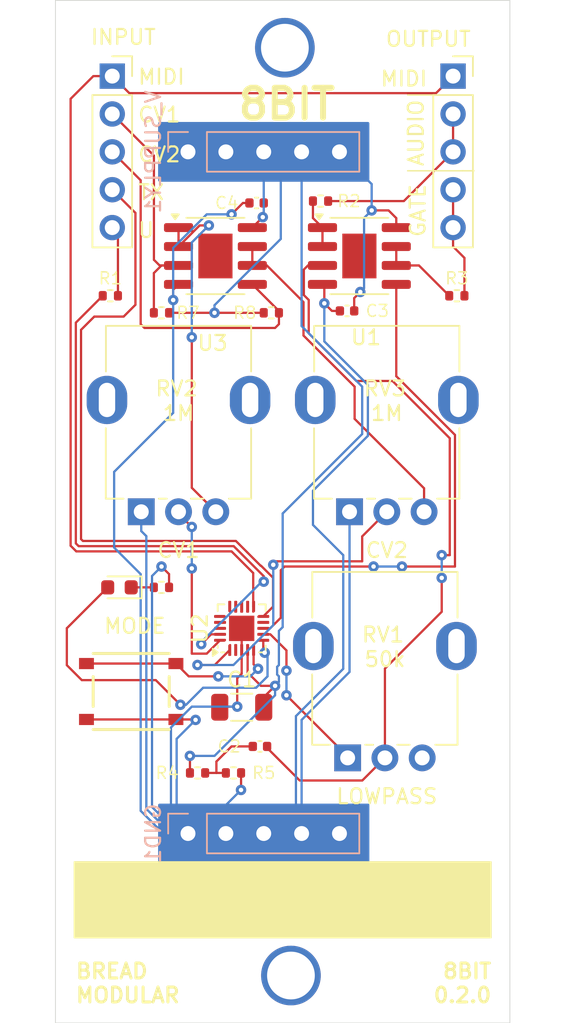
<source format=kicad_pcb>
(kicad_pcb (version 20240108) (generator "pcbnew") (generator_version "8.0")
  (layers (0 "F.Cu" signal) (31 "B.Cu" signal) (34 "B.Paste" user) (35 "F.Paste" user) (36 "B.SilkS" user "B.Silkscreen") (37 "F.SilkS" user "F.Silkscreen") (38 "B.Mask" user) (39 "F.Mask" user) (44 "Edge.Cuts" user))
  (net 0 "")
  (net 1 "GND")
  (net 2 "Net-(U1A-+)")
  (net 3 "V_MID")
  (net 4 "Net-(D1-K)")
  (net 5 "Net-(D1-A)")
  (net 6 "CV2")
  (net 7 "TX")
  (net 8 "MIDI")
  (net 9 "CV1")
  (net 10 "UDPI")
  (net 11 "GATE_OUT")
  (net 12 "V_SUPPLY")
  (net 13 "AUDIO_OUT")
  (net 14 "Net-(U2-~{RESET}{slash}PA0)")
  (net 15 "Net-(U1A--)")
  (net 16 "Net-(U1B--)")
  (net 18 "Net-(U2-PA6)")
  (net 19 "BUFF_CV1")
  (net 20 "Net-(U3A--)")
  (net 21 "Net-(U3B--)")
  (net 22 "BUFF_CV2")
  (net 23 "Net-(SW1-B)")
  (net 24 "Net-(U1B-+)")
  (footprint "Capacitor_SMD:C_1206_3216Metric" (layer "F.Cu") (at 59.485 88.05)
    (property "Reference" "C1" (at 0 -1.85 0) (layer "F.SilkS"))
    (property "Value" "100uf")
    (pad "1" smd roundrect (at -1.475 0) (size 1.15 1.8) (layers "F.Cu" "F.Paste" "F.Mask") (roundrect_rratio 0.217391) (net 1 "GND"))
    (pad "2" smd roundrect (at 1.475 0) (size 1.15 1.8) (layers "F.Cu" "F.Paste" "F.Mask") (roundrect_rratio 0.217391) (net 12 "V_SUPPLY"))
  )
  (footprint "BreadModular_Pots:Potentiometer_RV09" (layer "F.Cu") (at 69.342 67.948)
    (property "Reference" "RV3" (at -0.254 -1.27 180) (layer "F.SilkS"))
    (property "Value" "1M" (at -0.127 0.381 180) (layer "F.SilkS"))
    (pad "" thru_hole oval (at -4.927 -0.508 180) (size 2.72 3.24) (drill oval 1.1 2.3) (layers "*.Cu" "*.Mask"))
    (pad "" thru_hole oval (at 4.673 -0.508 180) (size 2.72 3.24) (drill oval 1.1 2.3) (layers "*.Cu" "*.Mask"))
    (pad "1" thru_hole rect (at -2.627 6.992 180) (size 1.8 1.8) (drill 1) (layers "*.Cu" "*.Mask") (net 1 "GND"))
    (pad "2" thru_hole circle (at -0.127 6.992 180) (size 1.8 1.8) (drill 1) (layers "*.Cu" "*.Mask") (net 22 "BUFF_CV2"))
    (pad "3" thru_hole circle (at 2.373 6.992 180) (size 1.8 1.8) (drill 1) (layers "*.Cu" "*.Mask") (net 21 "Net-(U3B--)"))
  )
  (footprint "Resistor_SMD:R_0402_1005Metric" (layer "F.Cu") (at 73.912 60.452)
    (property "Reference" "R3" (at 0 -1.17 0) (layer "F.SilkS") (effects (font (size 0.8 0.8) (thickness 0.1))))
    (property "Value" "1k")
    (pad "1" smd roundrect (at -0.51 0) (size 0.54 0.64) (layers "F.Cu" "F.Paste" "F.Mask") (net 16 "Net-(U1B--)"))
    (pad "2" smd roundrect (at 0.51 0) (size 0.54 0.64) (layers "F.Cu" "F.Paste" "F.Mask") (net 11 "GATE_OUT"))
  )
  (footprint "Resistor_SMD:R_0402_1005Metric" (layer "F.Cu") (at 50.671 60.452)
    (property "Reference" "R1" (at 0 -1.17 0) (layer "F.SilkS") (effects (font (size 0.8 0.8) (thickness 0.1))))
    (property "Value" "4.7k")
    (pad "1" smd roundrect (at -0.51 0) (size 0.54 0.64) (layers "F.Cu" "F.Paste" "F.Mask") (net 14 "Net-(U2-~{RESET}{slash}PA0)"))
    (pad "2" smd roundrect (at 0.51 0) (size 0.54 0.64) (layers "F.Cu" "F.Paste" "F.Mask") (net 10 "UDPI"))
  )
  (footprint "Capacitor_SMD:C_0402_1005Metric" (layer "F.Cu") (at 66.548 61.468 180)
    (property "Reference" "C3" (at -2.032 0 0) (layer "F.SilkS") (effects (font (size 0.8 0.8) (thickness 0.1))))
    (property "Value" "0.1uf")
    (pad "1" smd roundrect (at -0.48 0 180) (size 0.56 0.62) (layers "F.Cu" "F.Paste" "F.Mask") (net 12 "V_SUPPLY"))
    (pad "2" smd roundrect (at 0.48 0 180) (size 0.56 0.62) (layers "F.Cu" "F.Paste" "F.Mask") (net 1 "GND"))
  )
  (footprint "LED_SMD:LED_0603_1608Metric" (layer "F.Cu") (at 51.2825 80.01 180)
    (property "Reference" "D1")
    (property "Value" "LED")
    (pad "1" smd roundrect (at -0.7875 0 180) (size 0.875 0.95) (layers "F.Cu" "F.Paste" "F.Mask") (net 4 "Net-(D1-K)"))
    (pad "2" smd roundrect (at 0.7875 0 180) (size 0.875 0.95) (layers "F.Cu" "F.Paste" "F.Mask") (net 5 "Net-(D1-A)"))
  )
  (footprint "Capacitor_SMD:C_0402_1005Metric" (layer "F.Cu") (at 60.48 54.229 180)
    (property "Reference" "C4" (at 2.004 0 0) (layer "F.SilkS") (effects (font (size 0.8 0.8) (thickness 0.1))))
    (property "Value" "0.1uf")
    (pad "1" smd roundrect (at -0.48 0 180) (size 0.56 0.62) (layers "F.Cu" "F.Paste" "F.Mask") (net 12 "V_SUPPLY"))
    (pad "2" smd roundrect (at 0.48 0 180) (size 0.56 0.62) (layers "F.Cu" "F.Paste" "F.Mask") (net 1 "GND"))
  )
  (footprint "BreadModular_MISC:SPST_TS-1187A-B-A-B" (layer "F.Cu") (at 52.07 86.995 180)
    (property "Reference" "SW1")
    (property "Value" "MODE SELECT")
    (pad "1" smd rect (at -3 -1.875 180) (size 1 0.75) (layers "F.Cu" "F.Paste" "F.Mask") (net 1 "GND"))
    (pad "1" smd rect (at 3 -1.875 180) (size 1 0.75) (layers "F.Cu" "F.Paste" "F.Mask") (net 1 "GND"))
    (pad "2" smd rect (at -3 1.875 180) (size 1 0.75) (layers "F.Cu" "F.Paste" "F.Mask") (net 23 "Net-(SW1-B)"))
    (pad "2" smd rect (at 3 1.875 180) (size 1 0.75) (layers "F.Cu" "F.Paste" "F.Mask") (net 23 "Net-(SW1-B)"))
  )
  (footprint "BreadModular_Pots:Potentiometer_RV09" (layer "F.Cu") (at 55.372 67.948)
    (property "Reference" "RV2" (at -0.254 -1.27 180) (layer "F.SilkS"))
    (property "Value" "1M" (at -0.127 0.381 180) (layer "F.SilkS"))
    (pad "" thru_hole oval (at -4.927 -0.508 180) (size 2.72 3.24) (drill oval 1.1 2.3) (layers "*.Cu" "*.Mask"))
    (pad "" thru_hole oval (at 4.673 -0.508 180) (size 2.72 3.24) (drill oval 1.1 2.3) (layers "*.Cu" "*.Mask"))
    (pad "1" thru_hole rect (at -2.627 6.992 180) (size 1.8 1.8) (drill 1) (layers "*.Cu" "*.Mask") (net 1 "GND"))
    (pad "2" thru_hole circle (at -0.127 6.992 180) (size 1.8 1.8) (drill 1) (layers "*.Cu" "*.Mask") (net 19 "BUFF_CV1"))
    (pad "3" thru_hole circle (at 2.373 6.992 180) (size 1.8 1.8) (drill 1) (layers "*.Cu" "*.Mask") (net 20 "Net-(U3A--)"))
  )
  (footprint "Connector_PinSocket_2.54mm:PinSocket_1x05_P2.54mm_Vertical" (layer "F.Cu") (at 50.8 45.72)
    (property "Reference" "INPUT1")
    (property "Value" "Conn_01x05_Socket")
    (pad "1" thru_hole rect (at 0 0) (size 1.7 1.7) (drill 1) (layers "*.Cu" "*.Mask") (net 8 "MIDI"))
    (pad "2" thru_hole oval (at 0 2.54) (size 1.7 1.7) (drill 1) (layers "*.Cu" "*.Mask") (net 9 "CV1"))
    (pad "3" thru_hole oval (at 0 5.08) (size 1.7 1.7) (drill 1) (layers "*.Cu" "*.Mask") (net 6 "CV2"))
    (pad "4" thru_hole oval (at 0 7.62) (size 1.7 1.7) (drill 1) (layers "*.Cu" "*.Mask") (net 7 "TX"))
    (pad "5" thru_hole oval (at 0 10.16) (size 1.7 1.7) (drill 1) (layers "*.Cu" "*.Mask") (net 10 "UDPI"))
  )
  (footprint "Resistor_SMD:R_0402_1005Metric" (layer "F.Cu") (at 56.521 92.456)
    (property "Reference" "R4" (at -2.034 0 0) (layer "F.SilkS") (effects (font (size 0.8 0.8) (thickness 0.1))))
    (property "Value" "1k")
    (pad "1" smd roundrect (at -0.51 0) (size 0.54 0.64) (layers "F.Cu" "F.Paste" "F.Mask") (net 12 "V_SUPPLY"))
    (pad "2" smd roundrect (at 0.51 0) (size 0.54 0.64) (layers "F.Cu" "F.Paste" "F.Mask") (net 3 "V_MID"))
  )
  (footprint "Package_DFN_QFN:VQFN-20-1EP_3x3mm_P0.4mm_EP1.7x1.7mm" (layer "F.Cu") (at 59.48 82.76 90)
    (property "Reference" "U2" (at 0 -2.8 90) (layer "F.SilkS"))
    (property "Value" "ATtiny1616-M")
    (pad "1" smd custom (at -1.45 -0.8 90) (size 0.143431 0.143431) (layers "F.Cu" "F.Paste" "F.Mask") (net 22 "BUFF_CV2") (options (clearance outline) (anchor circle)) (primitives (gr_poly (pts (xy -0.35 -0.05) (xy 0.299289 -0.05) (xy 0.35 0.000711) (xy 0.35 0.05) (xy -0.35 0.05)) (width 0.1) (fill yes))))
    (pad "2" smd roundrect (at -1.45 -0.4 90) (size 0.8 0.2) (layers "F.Cu" "F.Paste" "F.Mask"))
    (pad "3" smd roundrect (at -1.45 0 90) (size 0.8 0.2) (layers "F.Cu" "F.Paste" "F.Mask") (net 1 "GND"))
    (pad "4" smd roundrect (at -1.45 0.4 90) (size 0.8 0.2) (layers "F.Cu" "F.Paste" "F.Mask") (net 12 "V_SUPPLY"))
    (pad "5" smd custom (at -1.45 0.8 90) (size 0.143431 0.143431) (layers "F.Cu" "F.Paste" "F.Mask") (net 23 "Net-(SW1-B)") (options (clearance outline) (anchor circle)) (primitives (gr_poly (pts (xy -0.35 -0.05) (xy 0.35 -0.05) (xy 0.35 -0.000711) (xy 0.299289 0.05) (xy -0.35 0.05)) (width 0.1) (fill yes))))
    (pad "6" smd custom (at -0.8 1.45 90) (size 0.143431 0.143431) (layers "F.Cu" "F.Paste" "F.Mask") (net 5 "Net-(D1-A)") (options (clearance outline) (anchor circle)) (primitives (gr_poly (pts (xy -0.05 -0.299289) (xy 0.000711 -0.35) (xy 0.05 -0.35) (xy 0.05 0.35) (xy -0.05 0.35)) (width 0.1) (fill yes))))
    (pad "7" smd roundrect (at -0.4 1.45 90) (size 0.2 0.8) (layers "F.Cu" "F.Paste" "F.Mask") (net 18 "Net-(U2-PA6)"))
    (pad "8" smd roundrect (at 0 1.45 90) (size 0.2 0.8) (layers "F.Cu" "F.Paste" "F.Mask") (net 24 "Net-(U1B-+)"))
    (pad "9" smd roundrect (at 0.4 1.45 90) (size 0.2 0.8) (layers "F.Cu" "F.Paste" "F.Mask"))
    (pad "10" smd custom (at 0.8 1.45 90) (size 0.143431 0.143431) (layers "F.Cu" "F.Paste" "F.Mask") (net 7 "TX") (options (clearance outline) (anchor circle)) (primitives (gr_poly (pts (xy -0.05 -0.35) (xy -0.000711 -0.35) (xy 0.05 -0.299289) (xy 0.05 0.35) (xy -0.05 0.35)) (width 0.1) (fill yes))))
    (pad "11" smd custom (at 1.45 0.8 90) (size 0.143431 0.143431) (layers "F.Cu" "F.Paste" "F.Mask") (net 8 "MIDI") (options (clearance outline) (anchor circle)) (primitives (gr_poly (pts (xy -0.35 -0.05) (xy 0.35 -0.05) (xy 0.35 0.05) (xy -0.299289 0.05) (xy -0.35 -0.000711)) (width 0.1) (fill yes))))
    (pad "12" smd roundrect (at 1.45 0.4 90) (size 0.8 0.2) (layers "F.Cu" "F.Paste" "F.Mask"))
    (pad "13" smd roundrect (at 1.45 0 90) (size 0.8 0.2) (layers "F.Cu" "F.Paste" "F.Mask"))
    (pad "14" smd roundrect (at 1.45 -0.4 90) (size 0.8 0.2) (layers "F.Cu" "F.Paste" "F.Mask"))
    (pad "15" smd custom (at 1.45 -0.8 90) (size 0.143431 0.143431) (layers "F.Cu" "F.Paste" "F.Mask") (options (clearance outline) (anchor circle)) (primitives (gr_poly (pts (xy -0.35 0.000711) (xy -0.299289 -0.05) (xy 0.35 -0.05) (xy 0.35 0.05) (xy -0.35 0.05)) (width 0.1) (fill yes))))
    (pad "16" smd custom (at 0.8 -1.45 90) (size 0.143431 0.143431) (layers "F.Cu" "F.Paste" "F.Mask") (options (clearance outline) (anchor circle)) (primitives (gr_poly (pts (xy -0.05 -0.35) (xy 0.05 -0.35) (xy 0.05 0.299289) (xy -0.000711 0.35) (xy -0.05 0.35)) (width 0.1) (fill yes))))
    (pad "17" smd roundrect (at 0.4 -1.45 90) (size 0.2 0.8) (layers "F.Cu" "F.Paste" "F.Mask"))
    (pad "18" smd roundrect (at 0 -1.45 90) (size 0.2 0.8) (layers "F.Cu" "F.Paste" "F.Mask"))
    (pad "19" smd roundrect (at -0.4 -1.45 90) (size 0.2 0.8) (layers "F.Cu" "F.Paste" "F.Mask") (net 14 "Net-(U2-~{RESET}{slash}PA0)"))
    (pad "20" smd custom (at -0.8 -1.45 90) (size 0.143431 0.143431) (layers "F.Cu" "F.Paste" "F.Mask") (net 19 "BUFF_CV1") (options (clearance outline) (anchor circle)) (primitives (gr_poly (pts (xy -0.05 -0.35) (xy 0.05 -0.35) (xy 0.05 0.35) (xy 0.000711 0.35) (xy -0.05 0.299289)) (width 0.1) (fill yes))))
    (pad "21" smd rect (at 0 0 90) (size 1.7 1.7) (property pad_prop_heatsink) (layers "F.Cu" "F.Mask") (net 1 "GND"))
  )
  (footprint "Resistor_SMD:R_0402_1005Metric" (layer "F.Cu") (at 54.1 80.01)
    (property "Reference" "R6")
    (property "Value" "330")
    (pad "1" smd roundrect (at -0.51 0) (size 0.54 0.64) (layers "F.Cu" "F.Paste" "F.Mask") (net 4 "Net-(D1-K)"))
    (pad "2" smd roundrect (at 0.51 0) (size 0.54 0.64) (layers "F.Cu" "F.Paste" "F.Mask") (net 1 "GND"))
  )
  (footprint "Resistor_SMD:R_0402_1005Metric" (layer "F.Cu") (at 64.77 54.102)
    (property "Reference" "R2" (at 1.905 0 0) (layer "F.SilkS") (effects (font (size 0.8 0.8) (thickness 0.1))))
    (property "Value" "1k")
    (pad "1" smd roundrect (at -0.51 0) (size 0.54 0.64) (layers "F.Cu" "F.Paste" "F.Mask") (net 15 "Net-(U1A--)"))
    (pad "2" smd roundrect (at 0.51 0) (size 0.54 0.64) (layers "F.Cu" "F.Paste" "F.Mask") (net 13 "AUDIO_OUT"))
  )
  (footprint "BreadModular_Pots:Potentiometer_RV09" (layer "F.Cu") (at 69.215 84.455)
    (property "Reference" "RV1" (at -0.254 -1.27 180) (layer "F.SilkS"))
    (property "Value" "50k" (at -0.127 0.381 180) (layer "F.SilkS"))
    (pad "" thru_hole oval (at -4.927 -0.508 180) (size 2.72 3.24) (drill oval 1.1 2.3) (layers "*.Cu" "*.Mask"))
    (pad "" thru_hole oval (at 4.673 -0.508 180) (size 2.72 3.24) (drill oval 1.1 2.3) (layers "*.Cu" "*.Mask"))
    (pad "1" thru_hole rect (at -2.627 6.992 180) (size 1.8 1.8) (drill 1) (layers "*.Cu" "*.Mask") (net 18 "Net-(U2-PA6)"))
    (pad "2" thru_hole circle (at -0.127 6.992 180) (size 1.8 1.8) (drill 1) (layers "*.Cu" "*.Mask") (net 2 "Net-(U1A-+)"))
    (pad "3" thru_hole circle (at 2.373 6.992 180) (size 1.8 1.8) (drill 1) (layers "*.Cu" "*.Mask"))
  )
  (footprint "Resistor_SMD:R_0402_1005Metric" (layer "F.Cu") (at 61.47 61.595)
    (property "Reference" "R8" (at -1.78 0 0) (layer "F.SilkS") (effects (font (size 0.8 0.8) (thickness 0.1))))
    (property "Value" "100k")
    (pad "1" smd roundrect (at -0.51 0) (size 0.54 0.64) (layers "F.Cu" "F.Paste" "F.Mask") (net 12 "V_SUPPLY"))
    (pad "2" smd roundrect (at 0.51 0) (size 0.54 0.64) (layers "F.Cu" "F.Paste" "F.Mask") (net 6 "CV2"))
  )
  (footprint "Package_SO:SOIC-8-1EP_3.9x4.9mm_P1.27mm_EP2.29x3mm" (layer "F.Cu") (at 67.375 57.785)
    (property "Reference" "U1" (at 0.443 5.461 0) (layer "F.SilkS"))
    (property "Value" "MCP6002-xSN")
    (pad "1" smd roundrect (at -2.475 -1.905) (size 1.95 0.6) (layers "F.Cu" "F.Paste" "F.Mask") (net 15 "Net-(U1A--)"))
    (pad "2" smd roundrect (at -2.475 -0.635) (size 1.95 0.6) (layers "F.Cu" "F.Paste" "F.Mask") (net 15 "Net-(U1A--)"))
    (pad "3" smd roundrect (at -2.475 0.635) (size 1.95 0.6) (layers "F.Cu" "F.Paste" "F.Mask") (net 2 "Net-(U1A-+)"))
    (pad "4" smd roundrect (at -2.475 1.905) (size 1.95 0.6) (layers "F.Cu" "F.Paste" "F.Mask") (net 1 "GND"))
    (pad "5" smd roundrect (at 2.475 1.905) (size 1.95 0.6) (layers "F.Cu" "F.Paste" "F.Mask") (net 24 "Net-(U1B-+)"))
    (pad "6" smd roundrect (at 2.475 0.635) (size 1.95 0.6) (layers "F.Cu" "F.Paste" "F.Mask") (net 16 "Net-(U1B--)"))
    (pad "7" smd roundrect (at 2.475 -0.635) (size 1.95 0.6) (layers "F.Cu" "F.Paste" "F.Mask") (net 16 "Net-(U1B--)"))
    (pad "8" smd roundrect (at 2.475 -1.905) (size 1.95 0.6) (layers "F.Cu" "F.Paste" "F.Mask") (net 12 "V_SUPPLY"))
    (pad "9" smd rect (at 0 0) (size 2.29 3) (property pad_prop_heatsink) (layers "F.Cu" "F.Mask"))
  )
  (footprint "Package_SO:SOIC-8-1EP_3.9x4.9mm_P1.27mm_EP2.29x3mm" (layer "F.Cu") (at 57.72 57.785)
    (property "Reference" "U3" (at -0.189 5.842 0) (layer "F.SilkS"))
    (property "Value" "MCP6002-xSN")
    (pad "1" smd roundrect (at -2.475 -1.905) (size 1.95 0.6) (layers "F.Cu" "F.Paste" "F.Mask") (net 20 "Net-(U3A--)"))
    (pad "2" smd roundrect (at -2.475 -0.635) (size 1.95 0.6) (layers "F.Cu" "F.Paste" "F.Mask") (net 20 "Net-(U3A--)"))
    (pad "3" smd roundrect (at -2.475 0.635) (size 1.95 0.6) (layers "F.Cu" "F.Paste" "F.Mask") (net 9 "CV1"))
    (pad "4" smd roundrect (at -2.475 1.905) (size 1.95 0.6) (layers "F.Cu" "F.Paste" "F.Mask") (net 1 "GND"))
    (pad "5" smd roundrect (at 2.475 1.905) (size 1.95 0.6) (layers "F.Cu" "F.Paste" "F.Mask") (net 6 "CV2"))
    (pad "6" smd roundrect (at 2.475 0.635) (size 1.95 0.6) (layers "F.Cu" "F.Paste" "F.Mask") (net 21 "Net-(U3B--)"))
    (pad "7" smd roundrect (at 2.475 -0.635) (size 1.95 0.6) (layers "F.Cu" "F.Paste" "F.Mask") (net 21 "Net-(U3B--)"))
    (pad "8" smd roundrect (at 2.475 -1.905) (size 1.95 0.6) (layers "F.Cu" "F.Paste" "F.Mask") (net 12 "V_SUPPLY"))
    (pad "9" smd rect (at 0 0) (size 2.29 3) (property pad_prop_heatsink) (layers "F.Cu" "F.Mask"))
  )
  (footprint "Resistor_SMD:R_0402_1005Metric" (layer "F.Cu") (at 54.1 61.595 180)
    (property "Reference" "R7" (at -1.78 0 0) (layer "F.SilkS") (effects (font (size 0.8 0.8) (thickness 0.1))))
    (property "Value" "100k")
    (pad "1" smd roundrect (at -0.51 0 180) (size 0.54 0.64) (layers "F.Cu" "F.Paste" "F.Mask") (net 12 "V_SUPPLY"))
    (pad "2" smd roundrect (at 0.51 0 180) (size 0.54 0.64) (layers "F.Cu" "F.Paste" "F.Mask") (net 9 "CV1"))
  )
  (footprint "Capacitor_SMD:C_0402_1005Metric" (layer "F.Cu") (at 60.706 90.678)
    (property "Reference" "C2" (at -2.06 0 0) (layer "F.SilkS") (effects (font (size 0.8 0.8) (thickness 0.1))))
    (property "Value" "100nf")
    (pad "1" smd roundrect (at -0.48 0) (size 0.56 0.62) (layers "F.Cu" "F.Paste" "F.Mask") (net 3 "V_MID"))
    (pad "2" smd roundrect (at 0.48 0) (size 0.56 0.62) (layers "F.Cu" "F.Paste" "F.Mask") (net 2 "Net-(U1A-+)"))
  )
  (footprint "Connector_PinSocket_2.54mm:PinSocket_1x05_P2.54mm_Vertical" (layer "F.Cu") (at 73.66 45.72)
    (property "Reference" "OUTPUT1")
    (property "Value" "Conn_01x05_Socket")
    (pad "1" thru_hole rect (at 0 0) (size 1.7 1.7) (drill 1) (layers "*.Cu" "*.Mask") (net 8 "MIDI"))
    (pad "2" thru_hole oval (at 0 2.54) (size 1.7 1.7) (drill 1) (layers "*.Cu" "*.Mask") (net 13 "AUDIO_OUT"))
    (pad "3" thru_hole oval (at 0 5.08) (size 1.7 1.7) (drill 1) (layers "*.Cu" "*.Mask") (net 13 "AUDIO_OUT"))
    (pad "4" thru_hole oval (at 0 7.62) (size 1.7 1.7) (drill 1) (layers "*.Cu" "*.Mask") (net 11 "GATE_OUT"))
    (pad "5" thru_hole oval (at 0 10.16) (size 1.7 1.7) (drill 1) (layers "*.Cu" "*.Mask") (net 11 "GATE_OUT"))
  )
  (footprint "Resistor_SMD:R_0402_1005Metric" (layer "F.Cu") (at 58.93 92.456)
    (property "Reference" "R5" (at 2.034 0 0) (layer "F.SilkS") (effects (font (size 0.8 0.8) (thickness 0.1))))
    (property "Value" "1k")
    (pad "1" smd roundrect (at -0.51 0) (size 0.54 0.64) (layers "F.Cu" "F.Paste" "F.Mask") (net 3 "V_MID"))
    (pad "2" smd roundrect (at 0.51 0) (size 0.54 0.64) (layers "F.Cu" "F.Paste" "F.Mask") (net 1 "GND"))
  )
  (footprint "BreadModular_MISC:Power_Connector" (layer "B.Cu") (at 55.88 50.8 -90)
    (property "Reference" "V_SUPPLY1" (at 0 2.33 90) (layer "B.SilkS") (effects (justify mirror)))
    (property "Value" "Conn_01x05_Pin")
    (pad "1" thru_hole rect (at 0 0 270) (size 2 2) (drill 1) (layers "*.Cu" "*.Mask") (net 12 "V_SUPPLY"))
    (pad "2" thru_hole oval (at 0 -2.54 270) (size 2 2) (drill 1) (layers "*.Cu" "*.Mask") (net 12 "V_SUPPLY"))
    (pad "3" thru_hole oval (at 0 -5.08 270) (size 2 2) (drill 1) (layers "*.Cu" "*.Mask") (net 12 "V_SUPPLY"))
    (pad "4" thru_hole oval (at 0 -7.62 270) (size 2 2) (drill 1) (layers "*.Cu" "*.Mask") (net 12 "V_SUPPLY"))
    (pad "5" thru_hole oval (at 0 -10.16 270) (size 2 2) (drill 1) (layers "*.Cu" "*.Mask") (net 12 "V_SUPPLY"))
  )
  (footprint "BreadModular_MISC:Power_Connector" (layer "B.Cu") (at 55.88 96.52 -90)
    (property "Reference" "GND1" (at 0 2.33 90) (layer "B.SilkS") (effects (justify mirror)))
    (property "Value" "Conn_01x05_Pin")
    (pad "1" thru_hole rect (at 0 0 270) (size 2 2) (drill 1) (layers "*.Cu" "*.Mask") (net 1 "GND"))
    (pad "2" thru_hole oval (at 0 -2.54 270) (size 2 2) (drill 1) (layers "*.Cu" "*.Mask") (net 1 "GND"))
    (pad "3" thru_hole oval (at 0 -5.08 270) (size 2 2) (drill 1) (layers "*.Cu" "*.Mask") (net 1 "GND"))
    (pad "4" thru_hole oval (at 0 -7.62 270) (size 2 2) (drill 1) (layers "*.Cu" "*.Mask") (net 1 "GND"))
    (pad "5" thru_hole oval (at 0 -10.16 270) (size 2 2) (drill 1) (layers "*.Cu" "*.Mask") (net 1 "GND"))
  )
  (gr_poly (pts (xy 53.975 48.895) (xy 67.945 48.895) (xy 67.945 52.705) (xy 53.975 52.705)) (stroke (width 0.2)) (fill solid) (layer "B.Cu") (net 12))
  (gr_poly (pts (xy 53.975 94.615) (xy 67.945 94.615) (xy 67.945 98.425) (xy 53.975 98.425)) (stroke (width 0.2)) (fill solid) (layer "B.Cu") (net 1))
  (gr_line (start 74.295 52.07) (end 75.057 52.07) (stroke (width 0.1)) (layer "F.SilkS"))
  (gr_line (start 70.612 52.07) (end 74.295 52.07) (stroke (width 0.1)) (layer "F.SilkS"))
  (gr_line (start 70.612 46.99) (end 74.295 46.99) (stroke (width 0.1)) (layer "F.SilkS"))
  (gr_poly (pts (xy 48.26 98.425) (xy 76.2 98.425) (xy 76.2 103.505) (xy 48.26 103.505)) (stroke (width 0.1)) (fill solid) (layer "F.SilkS"))
  (gr_line (start 46.99 109.22) (end 77.47 109.22) (stroke (width 0.05)) (layer "Edge.Cuts"))
  (gr_line (start 77.47 40.64) (end 46.99 40.64) (stroke (width 0.05)) (layer "Edge.Cuts"))
  (gr_line (start 46.99 40.64) (end 46.99 109.22) (stroke (width 0.05)) (layer "Edge.Cuts"))
  (gr_line (start 77.47 109.22) (end 77.47 40.64) (stroke (width 0.05)) (layer "Edge.Cuts"))
  (gr_text "AUDIO" (at 71.755 49.53 90) (layer "F.SilkS") (effects (font (size 1 1)) (justify bottom)))
  (gr_text "U" (at 52.451 56.642 0) (layer "F.SilkS") (effects (font (size 1 1)) (justify left bottom)))
  (gr_text "GATE" (at 71.882 54.737 90) (layer "F.SilkS") (effects (font (size 1 1)) (justify bottom)))
  (gr_text "TX" (at 52.451 54.102 0) (layer "F.SilkS") (effects (font (size 1 1)) (justify left bottom)))
  (gr_text "CV1" (at 52.451 48.895 0) (layer "F.SilkS") (effects (font (size 1 1)) (justify left bottom)))
  (gr_text "MODE" (at 50.165 83.185 0) (layer "F.SilkS") (effects (font (size 1 1)) (justify left bottom)))
  (gr_text "INPUT" (at 49.276 43.688 0) (layer "F.SilkS") (effects (font (size 1 1)) (justify left bottom)))
  (gr_text "CV2" (at 69.215 78.105 0) (layer "F.SilkS") (effects (font (size 1 1)) (justify bottom)))
  (gr_text "MIDI" (at 72.009 46.482 0) (layer "F.SilkS") (effects (font (size 1 1)) (justify right bottom)))
  (gr_text "8BIT\n0.2.0" (at 76.327 107.95 0) (layer "F.SilkS") (effects (font (size 1 1) (thickness 0.2) (bold yes)) (justify right bottom)))
  (gr_text "8BIT" (at 59.055 48.768 0) (layer "F.SilkS") (effects (font (size 2 2) (thickness 0.4) (bold yes)) (justify left bottom)))
  (gr_text "MIDI" (at 52.451 46.355 0) (layer "F.SilkS") (effects (font (size 1 1)) (justify left bottom)))
  (gr_text "LOWPASS" (at 69.215 94.615 0) (layer "F.SilkS") (effects (font (size 1 1)) (justify bottom)))
  (gr_text "OUTPUT" (at 74.93 43.815 0) (layer "F.SilkS") (effects (font (size 1 1)) (justify right bottom)))
  (gr_text "CV1" (at 55.245 78.105 0) (layer "F.SilkS") (effects (font (size 1 1)) (justify bottom)))
  (gr_text "BREAD\nMODULAR" (at 48.26 107.95 0) (layer "F.SilkS") (effects (font (size 1 1) (thickness 0.2) (bold yes)) (justify left bottom)))
  (gr_text "CV2" (at 52.451 51.562 0) (layer "F.SilkS") (effects (font (size 1 1)) (justify left bottom)))
  (via (at 62.784908 106.045) (size 4) (drill 3.2) (layers "F.Cu" "B.Cu") (net 0))
  (via (at 62.37758 43.815) (size 4) (drill 3.2) (layers "F.Cu" "B.Cu") (net 0))
  (segment (start 55.88 96.52) (end 66.04 96.52) (width 0.5) (layer "F.Cu") (net 1))
  (segment (start 54.102 78.613) (end 54.61 79.121) (width 0.15) (layer "F.Cu") (net 1))
  (segment (start 65.024 59.814) (end 64.9 59.69) (width 0.15) (layer "F.Cu") (net 1))
  (segment (start 66.068 61.468) (end 65.532 61.468) (width 0.15) (layer "F.Cu") (net 1))
  (segment (start 65.532 61.468) (end 65.024 60.96) (width 0.15) (layer "F.Cu") (net 1))
  (segment (start 55.07 88.87) (end 56.358 88.87) (width 0.15) (layer "F.Cu") (net 1))
  (segment (start 60 54.229) (end 59.563 54.229) (width 0.15) (layer "F.Cu") (net 1))
  (segment (start 59.44 93.595) (end 59.436 93.599) (width 0.15) (layer "F.Cu") (net 1))
  (segment (start 49.07 88.87) (end 55.07 88.87) (width 0.15) (layer "F.Cu") (net 1))
  (segment (start 56.358 88.87) (end 56.388 88.9) (width 0.15) (layer "F.Cu") (net 1))
  (segment (start 59.182 88.011) (end 58.049 88.011) (width 0.15) (layer "F.Cu") (net 1))
  (segment (start 59.48 85.808) (end 59.48 84.21) (width 0.15) (layer "F.Cu") (net 1))
  (segment (start 54.8863 60.739686) (end 54.8863 60.0487) (width 0.15) (layer "F.Cu") (net 1))
  (segment (start 59.44 92.456) (end 59.44 93.595) (width 0.15) (layer "F.Cu") (net 1))
  (segment (start 65.024 60.96) (end 65.024 59.814) (width 0.15) (layer "F.Cu") (net 1))
  (segment (start 59.48 82.76) (end 59.48 84.21) (width 0.15) (layer "F.Cu") (net 1))
  (segment (start 59.182 86.106) (end 59.48 85.808) (width 0.15) (layer "F.Cu") (net 1))
  (segment (start 54.8863 60.0487) (end 55.245 59.69) (width 0.15) (layer "F.Cu") (net 1))
  (segment (start 58.049 88.011) (end 58.01 88.05) (width 0.15) (layer "F.Cu") (net 1))
  (segment (start 54.61 79.121) (end 54.61 80.01) (width 0.15) (layer "F.Cu") (net 1))
  (segment (start 59.182 88.011) (end 59.182 86.106) (width 0.15) (layer "F.Cu") (net 1))
  (segment (start 59.563 54.229) (end 58.801 54.991) (width 0.15) (layer "F.Cu") (net 1))
  (via (at 54.8863 60.739686) (size 0.7) (drill 0.3) (layers "F.Cu" "B.Cu") (net 1))
  (via (at 56.388 88.9) (size 0.7) (drill 0.3) (layers "F.Cu" "B.Cu") (net 1))
  (via (at 59.436 93.599) (size 0.7) (drill 0.3) (layers "F.Cu" "B.Cu") (net 1))
  (via (at 54.102 78.613) (size 0.7) (drill 0.3) (layers "F.Cu" "B.Cu") (net 1))
  (via (at 59.182 88.011) (size 0.7) (drill 0.3) (layers "F.Cu" "B.Cu") (net 1))
  (via (at 58.801 54.991) (size 0.7) (drill 0.3) (layers "F.Cu" "B.Cu") (net 1))
  (via (at 65.024 60.96) (size 0.7) (drill 0.3) (layers "F.Cu" "B.Cu") (net 1))
  (segment (start 52.705 94.996) (end 53.213 95.504) (width 0.15) (layer "B.Cu") (net 1))
  (segment (start 67.945 69.85) (end 64.262 73.533) (width 0.15) (layer "B.Cu") (net 1))
  (segment (start 59.436 93.599) (end 58.42 94.615) (width 0.15) (layer "B.Cu") (net 1))
  (segment (start 65.024 63.513026) (end 67.945 66.434026) (width 0.15) (layer "B.Cu") (net 1))
  (segment (start 67.945 66.434026) (end 67.945 69.85) (width 0.15) (layer "B.Cu") (net 1))
  (segment (start 50.927 72.263) (end 50.927 77.343) (width 0.15) (layer "B.Cu") (net 1))
  (segment (start 51.181 77.597) (end 52.705 79.121) (width 0.15) (layer "B.Cu") (net 1))
  (segment (start 54.8863 68.3037) (end 50.927 72.263) (width 0.15) (layer "B.Cu") (net 1))
  (segment (start 54.483 96.774) (end 54.737 96.52) (width 0.15) (layer "B.Cu") (net 1))
  (segment (start 54.102 78.613) (end 53.467 79.248) (width 0.15) (layer "B.Cu") (net 1))
  (segment (start 55.88 95.758) (end 55.88 96.52) (width 0.15) (layer "B.Cu") (net 1))
  (segment (start 64.262 75.819) (end 66.294 77.851) (width 0.15) (layer "B.Cu") (net 1))
  (segment (start 53.213 95.504) (end 54.483 96.774) (width 0.15) (layer "B.Cu") (net 1))
  (segment (start 55.245 96.52) (end 55.88 96.52) (width 0.15) (layer "B.Cu") (net 1))
  (segment (start 56.388 88.9) (end 55.118 90.17) (width 0.15) (layer "B.Cu") (net 1))
  (segment (start 54.737 89.408) (end 54.737 95.377) (width 0.15) (layer "B.Cu") (net 1))
  (segment (start 50.927 77.343) (end 51.181 77.597) (width 0.15) (layer "B.Cu") (net 1))
  (segment (start 52.745 76.234884) (end 53.086 76.575884) (width 0.15) (layer "B.Cu") (net 1))
  (segment (start 53.467 79.248) (end 53.467 94.742) (width 0.15) (layer "B.Cu") (net 1))
  (segment (start 56.134 88.011) (end 54.737 89.408) (width 0.15) (layer "B.Cu") (net 1))
  (segment (start 53.086 94.869) (end 54.737 96.52) (width 0.15) (layer "B.Cu") (net 1))
  (segment (start 54.737 95.377) (end 55.88 96.52) (width 0.15) (layer "B.Cu") (net 1))
  (segment (start 55.118 90.17) (end 55.118 94.996) (width 0.15) (layer "B.Cu") (net 1))
  (segment (start 63.5 88.9) (end 63.5 96.52) (width 0.15) (layer "B.Cu") (net 1))
  (segment (start 54.737 96.52) (end 55.88 96.52) (width 0.15) (layer "B.Cu") (net 1))
  (segment (start 58.801 54.991) (end 57.137114 54.991) (width 0.15) (layer "B.Cu") (net 1))
  (segment (start 52.705 84.836) (end 52.705 94.996) (width 0.15) (layer "B.Cu") (net 1))
  (segment (start 58.42 94.615) (end 58.42 96.52) (width 0.15) (layer "B.Cu") (net 1))
  (segment (start 57.137114 54.991) (end 54.8863 57.241814) (width 0.15) (layer "B.Cu") (net 1))
  (segment (start 66.715 74.94) (end 66.715 85.685) (width 0.15) (layer "B.Cu") (net 1))
  (segment (start 52.705 79.121) (end 52.705 84.836) (width 0.15) (layer "B.Cu") (net 1))
  (segment (start 54.8863 57.241814) (end 54.8863 60.739686) (width 0.15) (layer "B.Cu") (net 1))
  (segment (start 53.467 94.742) (end 55.245 96.52) (width 0.15) (layer "B.Cu") (net 1))
  (segment (start 55.118 94.996) (end 55.88 95.758) (width 0.15) (layer "B.Cu") (net 1))
  (segment (start 64.262 73.533) (end 64.262 75.819) (width 0.15) (layer "B.Cu") (net 1))
  (segment (start 53.086 76.575884) (end 53.086 94.869) (width 0.15) (layer "B.Cu") (net 1))
  (segment (start 63.119 96.139) (end 63.5 96.52) (width 0.15) (layer "B.Cu") (net 1))
  (segment (start 52.745 74.94) (end 52.745 76.234884) (width 0.15) (layer "B.Cu") (net 1))
  (segment (start 65.024 60.96) (end 65.024 63.513026) (width 0.15) (layer "B.Cu") (net 1))
  (segment (start 59.182 88.011) (end 56.134 88.011) (width 0.15) (layer "B.Cu") (net 1))
  (segment (start 66.715 85.685) (end 63.5 88.9) (width 0.15) (layer "B.Cu") (net 1))
  (segment (start 63.119 88.646) (end 63.119 96.139) (width 0.15) (layer "B.Cu") (net 1))
  (segment (start 54.8863 60.739686) (end 54.8863 68.3037) (width 0.15) (layer "B.Cu") (net 1))
  (segment (start 66.294 77.851) (end 66.294 85.471) (width 0.15) (layer "B.Cu") (net 1))
  (segment (start 66.294 85.471) (end 63.119 88.646) (width 0.15) (layer "B.Cu") (net 1))
  (segment (start 69.596 66.167) (end 73.437 70.008) (width 0.15) (layer "F.Cu") (net 2))
  (segment (start 63.977 62.974026) (end 67.169974 66.167) (width 0.15) (layer "F.Cu") (net 2))
  (segment (start 73.437 70.008) (end 73.437 77.851) (width 0.15) (layer "F.Cu") (net 2))
  (segment (start 63.373 92.964) (end 67.571 92.964) (width 0.15) (layer "F.Cu") (net 2))
  (segment (start 61.186 90.678) (end 61.186 90.777) (width 0.15) (layer "F.Cu") (net 2))
  (segment (start 64.9 58.42) (end 63.925001 58.42) (width 0.15) (layer "F.Cu") (net 2))
  (segment (start 72.898 81.647974) (end 69.088 85.457974) (width 0.15) (layer "F.Cu") (net 2))
  (segment (start 72.898 79.375) (end 72.898 81.647974) (width 0.15) (layer "F.Cu") (net 2))
  (segment (start 67.571 92.964) (end 69.088 91.447) (width 0.15) (layer "F.Cu") (net 2))
  (segment (start 63.925001 58.42) (end 63.65 58.695001) (width 0.15) (layer "F.Cu") (net 2))
  (segment (start 63.65 60.405027) (end 63.977 60.732027) (width 0.15) (layer "F.Cu") (net 2))
  (segment (start 61.186 90.777) (end 63.373 92.964) (width 0.15) (layer "F.Cu") (net 2))
  (segment (start 63.65 58.695001) (end 63.65 60.405027) (width 0.15) (layer "F.Cu") (net 2))
  (segment (start 67.169974 66.167) (end 69.596 66.167) (width 0.15) (layer "F.Cu") (net 2))
  (segment (start 63.977 60.732027) (end 63.977 62.974026) (width 0.15) (layer "F.Cu") (net 2))
  (segment (start 69.088 85.457974) (end 69.088 91.447) (width 0.15) (layer "F.Cu") (net 2))
  (segment (start 73.437 77.851) (end 72.898 77.851) (width 0.15) (layer "F.Cu") (net 2))
  (via (at 72.898 77.851) (size 0.7) (drill 0.3) (layers "F.Cu" "B.Cu") (net 2))
  (via (at 72.898 79.375) (size 0.7) (drill 0.3) (layers "F.Cu" "B.Cu") (net 2))
  (segment (start 72.898 77.851) (end 72.898 79.375) (width 0.15) (layer "B.Cu") (net 2))
  (segment (start 57.785 92.456) (end 57.785 91.694) (width 0.15) (layer "F.Cu") (net 3))
  (segment (start 58.801 90.678) (end 60.226 90.678) (width 0.15) (layer "F.Cu") (net 3))
  (segment (start 57.785 91.694) (end 58.801 90.678) (width 0.15) (layer "F.Cu") (net 3))
  (segment (start 57.785 92.456) (end 57.031 92.456) (width 0.15) (layer "F.Cu") (net 3))
  (segment (start 58.42 92.456) (end 57.785 92.456) (width 0.15) (layer "F.Cu") (net 3))
  (segment (start 53.59 80.01) (end 52.07 80.01) (width 0.15) (layer "F.Cu") (net 4))
  (segment (start 47.752 85.227) (end 47.752 82.753) (width 0.15) (layer "F.Cu") (net 5))
  (segment (start 61.0235 84.3915) (end 60.93 84.298) (width 0.15) (layer "F.Cu") (net 5))
  (segment (start 60.93 84.298) (end 60.93 83.56) (width 0.15) (layer "F.Cu") (net 5))
  (segment (start 47.752 82.753) (end 50.495 80.01) (width 0.15) (layer "F.Cu") (net 5))
  (segment (start 53.721 86.233) (end 48.758 86.233) (width 0.15) (layer "F.Cu") (net 5))
  (segment (start 48.758 86.233) (end 47.752 85.227) (width 0.15) (layer "F.Cu") (net 5))
  (segment (start 55.372 87.884) (end 53.721 86.233) (width 0.15) (layer "F.Cu") (net 5))
  (via (at 61.0235 84.3915) (size 0.7) (drill 0.3) (layers "F.Cu" "B.Cu") (net 5))
  (via (at 55.372 87.884) (size 0.7) (drill 0.3) (layers "F.Cu" "B.Cu") (net 5))
  (segment (start 56.896 86.741) (end 55.753 87.884) (width 0.15) (layer "B.Cu") (net 5))
  (segment (start 61.214 85.979) (end 60.452 86.741) (width 0.15) (layer "B.Cu") (net 5))
  (segment (start 61.214 85.979) (end 61.214 84.582) (width 0.15) (layer "B.Cu") (net 5))
  (segment (start 60.452 86.741) (end 56.896 86.741) (width 0.15) (layer "B.Cu") (net 5))
  (segment (start 61.214 84.582) (end 61.0235 84.3915) (width 0.15) (layer "B.Cu") (net 5))
  (segment (start 55.753 87.884) (end 55.372 87.884) (width 0.15) (layer "B.Cu") (net 5))
  (segment (start 61.722 62.611) (end 61.98 62.353) (width 0.15) (layer "F.Cu") (net 6))
  (segment (start 52.959 62.611) (end 61.722 62.611) (width 0.15) (layer "F.Cu") (net 6))
  (segment (start 52.705 62.357) (end 52.959 62.611) (width 0.15) (layer "F.Cu") (net 6))
  (segment (start 61.98 62.353) (end 61.98 61.595) (width 0.15) (layer "F.Cu") (net 6))
  (segment (start 61.98 61.475) (end 61.98 61.595) (width 0.15) (layer "F.Cu") (net 6))
  (segment (start 52.705 52.705) (end 52.705 62.357) (width 0.15) (layer "F.Cu") (net 6))
  (segment (start 50.8 50.8) (end 52.705 52.705) (width 0.15) (layer "F.Cu") (net 6))
  (segment (start 60.195 59.69) (end 61.98 61.475) (width 0.15) (layer "F.Cu") (net 6))
  (segment (start 61.585 79.365) (end 60.782526 78.562526) (width 0.15) (layer "F.Cu") (net 7))
  (segment (start 48.83 76.897) (end 48.706 76.773) (width 0.15) (layer "F.Cu") (net 7))
  (segment (start 49.595 61.849) (end 51.562 61.849) (width 0.15) (layer "F.Cu") (net 7))
  (segment (start 52.355 54.895) (end 50.8 53.34) (width 0.15) (layer "F.Cu") (net 7))
  (segment (start 60.93 81.96) (end 61.585 81.305) (width 0.15) (layer "F.Cu") (net 7))
  (segment (start 48.706 62.738) (end 49.595 61.849) (width 0.15) (layer "F.Cu") (net 7))
  (segment (start 61.585 81.305) (end 61.585 79.365) (width 0.15) (layer "F.Cu") (net 7))
  (segment (start 59.842988 77.649039) (end 59.295975 77.102025) (width 0.15) (layer "F.Cu") (net 7))
  (segment (start 48.706 76.773) (end 48.706 62.738) (width 0.15) (layer "F.Cu") (net 7))
  (segment (start 59.09095 76.897) (end 48.83 76.897) (width 0.15) (layer "F.Cu") (net 7))
  (segment (start 59.295975 77.102025) (end 59.09095 76.897) (width 0.15) (layer "F.Cu") (net 7))
  (segment (start 52.355 61.056) (end 52.355 54.895) (width 0.15) (layer "F.Cu") (net 7))
  (segment (start 60.782526 78.562526) (end 60.756474 78.562526) (width 0.15) (layer "F.Cu") (net 7))
  (segment (start 51.562 61.849) (end 52.355 61.056) (width 0.15) (layer "F.Cu") (net 7))
  (segment (start 60.756474 78.562526) (end 59.842988 77.649039) (width 0.15) (layer "F.Cu") (net 7))
  (segment (start 72.517 46.863) (end 51.943 46.863) (width 0.15) (layer "F.Cu") (net 8))
  (segment (start 60.255 81.31) (end 60.28 81.31) (width 0.15) (layer "F.Cu") (net 8))
  (segment (start 48.006 47.244) (end 48.006 77.216) (width 0.15) (layer "F.Cu") (net 8))
  (segment (start 58.801 77.597) (end 60.255 79.051) (width 0.15) (layer "F.Cu") (net 8))
  (segment (start 48.387 77.597) (end 58.801 77.597) (width 0.15) (layer "F.Cu") (net 8))
  (segment (start 49.53 45.72) (end 48.006 47.244) (width 0.15) (layer "F.Cu") (net 8))
  (segment (start 73.66 45.72) (end 72.517 46.863) (width 0.15) (layer "F.Cu") (net 8))
  (segment (start 51.943 46.863) (end 50.8 45.72) (width 0.15) (layer "F.Cu") (net 8))
  (segment (start 60.255 79.051) (end 60.255 81.31) (width 0.15) (layer "F.Cu") (net 8))
  (segment (start 50.8 45.72) (end 49.53 45.72) (width 0.15) (layer "F.Cu") (net 8))
  (segment (start 48.006 77.216) (end 48.387 77.597) (width 0.15) (layer "F.Cu") (net 8))
  (segment (start 53.975 58.42) (end 55.245 58.42) (width 0.15) (layer "F.Cu") (net 9))
  (segment (start 53.59 58.932) (end 54.102 58.42) (width 0.15) (layer "F.Cu") (net 9))
  (segment (start 54.102 58.42) (end 55.245 58.42) (width 0.15) (layer "F.Cu") (net 9))
  (segment (start 53.594 51.054) (end 53.594 58.039) (width 0.15) (layer "F.Cu") (net 9))
  (segment (start 53.594 58.039) (end 53.975 58.42) (width 0.15) (layer "F.Cu") (net 9))
  (segment (start 50.8 48.26) (end 53.594 51.054) (width 0.15) (layer "F.Cu") (net 9))
  (segment (start 53.59 61.595) (end 53.59 58.932) (width 0.15) (layer "F.Cu") (net 9))
  (segment (start 51.181 60.452) (end 51.181 56.261) (width 0.15) (layer "F.Cu") (net 10))
  (segment (start 51.181 56.261) (end 50.8 55.88) (width 0.15) (layer "F.Cu") (net 10))
  (segment (start 73.66 57.15) (end 73.66 55.88) (width 0.15) (layer "F.Cu") (net 11))
  (segment (start 74.422 57.912) (end 73.66 57.15) (width 0.15) (layer "F.Cu") (net 11))
  (segment (start 74.422 60.452) (end 74.422 57.912) (width 0.15) (layer "F.Cu") (net 11))
  (segment (start 73.66 53.34) (end 73.66 55.88) (width 0.15) (layer "F.Cu") (net 11))
  (segment (start 56.011 91.317) (end 56.007 91.313) (width 0.15) (layer "F.Cu") (net 12))
  (segment (start 56.011 92.456) (end 56.011 91.317) (width 0.15) (layer "F.Cu") (net 12))
  (segment (start 60.96 54.229) (end 60.96 55.115) (width 0.15) (layer "F.Cu") (net 12))
  (segment (start 54.61 61.595) (end 57.658 61.595) (width 0.15) (layer "F.Cu") (net 12))
  (segment (start 69.332 54.727) (end 69.85 55.245) (width 0.15) (layer "F.Cu") (net 12))
  (segment (start 60.7695 86.614) (end 59.88 85.7245) (width 0.15) (layer "F.Cu") (net 12))
  (segment (start 60.96 87.376) (end 60.96 88.05) (width 0.15) (layer "F.Cu") (net 12))
  (segment (start 67.028 60.607) (end 67.437 60.198) (width 0.15) (layer "F.Cu") (net 12))
  (segment (start 61.722 86.614) (end 60.7695 86.614) (width 0.15) (layer "F.Cu") (net 12))
  (segment (start 61.722 86.614) (end 60.96 87.376) (width 0.15) (layer "F.Cu") (net 12))
  (segment (start 59.88 85.7245) (end 59.88 84.21) (width 0.15) (layer "F.Cu") (net 12))
  (segment (start 60.96 55.115) (end 60.895 55.18) (width 0.15) (layer "F.Cu") (net 12))
  (segment (start 60.895 55.18) (end 60.195 55.88) (width 0.15) (layer "F.Cu") (net 12))
  (segment (start 55.88 50.8) (end 66.04 50.8) (width 0.5) (layer "F.Cu") (net 12))
  (segment (start 69.85 55.245) (end 69.85 55.88) (width 0.15) (layer "F.Cu") (net 12))
  (segment (start 67.028 61.468) (end 67.028 60.607) (width 0.15) (layer "F.Cu") (net 12))
  (segment (start 60.96 61.595) (end 57.658 61.595) (width 0.15) (layer "F.Cu") (net 12))
  (segment (start 68.199 54.727) (end 69.332 54.727) (width 0.15) (layer "F.Cu") (net 12))
  (via (at 60.895 55.18) (size 0.7) (drill 0.3) (layers "F.Cu" "B.Cu") (net 12))
  (via (at 56.007 91.313) (size 0.7) (drill 0.3) (layers "F.Cu" "B.Cu") (net 12))
  (via (at 68.199 54.727) (size 0.7) (drill 0.3) (layers "F.Cu" "B.Cu") (net 12))
  (via (at 57.658 61.595) (size 0.7) (drill 0.3) (layers "F.Cu" "B.Cu") (net 12))
  (via (at 61.722 86.614) (size 0.7) (drill 0.3) (layers "F.Cu" "B.Cu") (net 12))
  (via (at 67.437 60.198) (size 0.7) (drill 0.3) (layers "F.Cu" "B.Cu") (net 12))
  (segment (start 61.976 86.36) (end 61.976 85.973884) (width 0.15) (layer "B.Cu") (net 12))
  (segment (start 61.722 87.249) (end 57.658 91.313) (width 0.15) (layer "B.Cu") (net 12))
  (segment (start 67.564 66.548) (end 63.5 62.484) (width 0.15) (layer "B.Cu") (net 12))
  (segment (start 61.722 86.614) (end 61.722 87.249) (width 0.15) (layer "B.Cu") (net 12))
  (segment (start 62.23 82.677) (end 62.23 75.057) (width 0.15) (layer "B.Cu") (net 12))
  (segment (start 57.658 61.087) (end 62.103 56.642) (width 0.15) (layer "B.Cu") (net 12))
  (segment (start 63.5 62.484) (end 63.5 50.8) (width 0.15) (layer "B.Cu") (net 12))
  (segment (start 68.199 54.727) (end 68.199 52.959) (width 0.15) (layer "B.Cu") (net 12))
  (segment (start 60.895 55.18) (end 60.96 55.115) (width 0.15) (layer "B.Cu") (net 12))
  (segment (start 61.722 86.614) (end 61.976 86.36) (width 0.15) (layer "B.Cu") (net 12))
  (segment (start 62.103 56.642) (end 62.103 51.943) (width 0.15) (layer "B.Cu") (net 12))
  (segment (start 61.859 85.339116) (end 61.976 85.222116) (width 0.15) (layer "B.Cu") (net 12))
  (segment (start 61.976 82.931) (end 62.23 82.677) (width 0.15) (layer "B.Cu") (net 12))
  (segment (start 68.199 52.959) (end 66.04 50.8) (width 0.15) (layer "B.Cu") (net 12))
  (segment (start 68.199 54.727) (end 67.691 55.235) (width 0.15) (layer "B.Cu") (net 12))
  (segment (start 61.976 85.222116) (end 61.976 82.931) (width 0.15) (layer "B.Cu") (net 12))
  (segment (start 62.103 51.943) (end 60.96 50.8) (width 0.15) (layer "B.Cu") (net 12))
  (segment (start 60.96 55.115) (end 60.96 50.8) (width 0.15) (layer "B.Cu") (net 12))
  (segment (start 67.691 59.944) (end 67.437 60.198) (width 0.15) (layer "B.Cu") (net 12))
  (segment (start 62.23 75.057) (end 67.564 69.723) (width 0.15) (layer "B.Cu") (net 12))
  (segment (start 67.691 55.235) (end 67.691 59.944) (width 0.15) (layer "B.Cu") (net 12))
  (segment (start 61.859 85.856884) (end 61.859 85.339116) (width 0.15) (layer "B.Cu") (net 12))
  (segment (start 57.658 91.313) (end 56.007 91.313) (width 0.15) (layer "B.Cu") (net 12))
  (segment (start 61.976 85.973884) (end 61.859 85.856884) (width 0.15) (layer "B.Cu") (net 12))
  (segment (start 57.658 61.595) (end 57.658 61.087) (width 0.15) (layer "B.Cu") (net 12))
  (segment (start 67.564 69.723) (end 67.564 66.548) (width 0.15) (layer "B.Cu") (net 12))
  (segment (start 65.28 54.102) (end 70.358 54.102) (width 0.15) (layer "F.Cu") (net 13))
  (segment (start 70.358 54.102) (end 73.66 50.8) (width 0.15) (layer "F.Cu") (net 13))
  (segment (start 73.66 50.8) (end 73.66 48.26) (width 0.15) (layer "F.Cu") (net 13))
  (segment (start 48.545 77.247) (end 48.356 77.058) (width 0.15) (layer "F.Cu") (net 14))
  (segment (start 58.945975 77.247) (end 48.545 77.247) (width 0.15) (layer "F.Cu") (net 14))
  (segment (start 59.492987 77.794013) (end 59.151 77.452025) (width 0.15) (layer "F.Cu") (net 14))
  (segment (start 60.96 79.261026) (end 59.492987 77.794013) (width 0.15) (layer "F.Cu") (net 14))
  (segment (start 59.151 77.452025) (end 58.945975 77.247) (width 0.15) (layer "F.Cu") (net 14))
  (segment (start 60.96 79.629) (end 60.96 79.261026) (width 0.15) (layer "F.Cu") (net 14))
  (segment (start 48.356 62.257) (end 50.161 60.452) (width 0.15) (layer "F.Cu") (net 14))
  (segment (start 58.03 83.16) (end 57.429 83.16) (width 0.15) (layer "F.Cu") (net 14))
  (segment (start 48.356 77.058) (end 48.356 62.257) (width 0.15) (layer "F.Cu") (net 14))
  (segment (start 57.429 83.16) (end 56.769 83.82) (width 0.15) (layer "F.Cu") (net 14))
  (via (at 56.769 83.82) (size 0.7) (drill 0.3) (layers "F.Cu" "B.Cu") (net 14))
  (via (at 60.96 79.629) (size 0.7) (drill 0.3) (layers "F.Cu" "B.Cu") (net 14))
  (segment (start 60.827884 79.629) (end 60.96 79.629) (width 0.15) (layer "B.Cu") (net 14))
  (segment (start 56.769 83.82) (end 56.769 83.687884) (width 0.15) (layer "B.Cu") (net 14))
  (segment (start 56.769 83.687884) (end 60.827884 79.629) (width 0.15) (layer "B.Cu") (net 14))
  (segment (start 64.9 57.15) (end 64.9 55.88) (width 0.15) (layer "F.Cu") (net 15))
  (segment (start 64.26 55.24) (end 64.26 54.102) (width 0.15) (layer "F.Cu") (net 15))
  (segment (start 64.9 55.88) (end 64.26 55.24) (width 0.15) (layer "F.Cu") (net 15))
  (segment (start 69.85 57.15) (end 69.85 58.42) (width 0.15) (layer "F.Cu") (net 16))
  (segment (start 71.37 58.42) (end 69.85 58.42) (width 0.15) (layer "F.Cu") (net 16))
  (segment (start 73.402 60.452) (end 71.37 58.42) (width 0.15) (layer "F.Cu") (net 16))
  (segment (start 62.484 87.249) (end 66.588 91.353) (width 0.15) (layer "F.Cu") (net 18))
  (segment (start 66.588 91.353) (end 66.588 91.447) (width 0.15) (layer "F.Cu") (net 18))
  (segment (start 61.403224 83.16) (end 62.484 84.240776) (width 0.15) (layer "F.Cu") (net 18))
  (segment (start 60.93 83.16) (end 61.403224 83.16) (width 0.15) (layer "F.Cu") (net 18))
  (segment (start 62.484 84.240776) (end 62.484 85.598) (width 0.15) (layer "F.Cu") (net 18))
  (via (at 62.484 85.598) (size 0.7) (drill 0.3) (layers "F.Cu" "B.Cu") (net 18))
  (via (at 62.484 87.249) (size 0.7) (drill 0.3) (layers "F.Cu" "B.Cu") (net 18))
  (segment (start 62.484 85.598) (end 62.484 87.249) (width 0.15) (layer "B.Cu") (net 18))
  (segment (start 56.134 78.74) (end 56.134 84.455) (width 0.15) (layer "F.Cu") (net 19))
  (segment (start 57.135 84.455) (end 58.03 83.56) (width 0.15) (layer "F.Cu") (net 19))
  (segment (start 55.245 75.067) (end 56.134 75.956) (width 0.15) (layer "F.Cu") (net 19))
  (segment (start 55.245 74.94) (end 55.245 75.067) (width 0.15) (layer "F.Cu") (net 19))
  (segment (start 56.134 84.455) (end 57.135 84.455) (width 0.15) (layer "F.Cu") (net 19))
  (via (at 56.134 78.74) (size 0.7) (drill 0.3) (layers "F.Cu" "B.Cu") (net 19))
  (via (at 56.134 75.956) (size 0.7) (drill 0.3) (layers "F.Cu" "B.Cu") (net 19))
  (segment (start 56.134 75.956) (end 56.134 78.74) (width 0.15) (layer "B.Cu") (net 19))
  (segment (start 56.134 73.329) (end 57.745 74.94) (width 0.15) (layer "F.Cu") (net 20))
  (segment (start 55.245 57.15) (end 55.245 55.88) (width 0.15) (layer "F.Cu") (net 20))
  (segment (start 56.660002 55.734998) (end 57.277 55.734998) (width 0.15) (layer "F.Cu") (net 20))
  (segment (start 56.134 63.236) (end 56.134 73.329) (width 0.15) (layer "F.Cu") (net 20))
  (segment (start 55.245 57.15) (end 56.660002 55.734998) (width 0.15) (layer "F.Cu") (net 20))
  (via (at 56.134 63.236) (size 0.7) (drill 0.3) (layers "F.Cu" "B.Cu") (net 20))
  (via (at 57.277 55.734998) (size 0.7) (drill 0.3) (layers "F.Cu" "B.Cu") (net 20))
  (segment (start 57.277 55.734998) (end 56.134 56.877998) (width 0.15) (layer "B.Cu") (net 20))
  (segment (start 56.134 56.877998) (end 56.134 63.236) (width 0.15) (layer "B.Cu") (net 20))
  (segment (start 71.715 73.366) (end 71.715 74.94) (width 0.15) (layer "F.Cu") (net 21))
  (segment (start 60.195 57.15) (end 60.195 58.42) (width 0.15) (layer "F.Cu") (net 21))
  (segment (start 61.169999 58.42) (end 63.627 60.877001) (width 0.15) (layer "F.Cu") (net 21))
  (segment (start 63.627 63.119) (end 67.056 66.548) (width 0.15) (layer "F.Cu") (net 21))
  (segment (start 63.627 60.877001) (end 63.627 63.119) (width 0.15) (layer "F.Cu") (net 21))
  (segment (start 67.056 66.548) (end 67.056 68.707) (width 0.15) (layer "F.Cu") (net 21))
  (segment (start 67.056 68.707) (end 71.715 73.366) (width 0.15) (layer "F.Cu") (net 21))
  (segment (start 60.195 58.42) (end 61.169999 58.42) (width 0.15) (layer "F.Cu") (net 21))
  (segment (start 69.215 74.94) (end 67.564 76.591) (width 0.15) (layer "F.Cu") (net 22))
  (segment (start 67.564 76.591) (end 67.564 78.263) (width 0.15) (layer "F.Cu") (net 22))
  (segment (start 57.673 85.217) (end 58.68 84.21) (width 0.15) (layer "F.Cu") (net 22))
  (segment (start 67.564 78.263) (end 61.833047 78.263) (width 0.15) (layer "F.Cu") (net 22))
  (segment (start 56.515 85.217) (end 57.673 85.217) (width 0.15) (layer "F.Cu") (net 22))
  (segment (start 61.833047 78.263) (end 61.599966 78.496081) (width 0.15) (layer "F.Cu") (net 22))
  (via (at 56.515 85.217) (size 0.7) (drill 0.3) (layers "F.Cu" "B.Cu") (net 22))
  (via (at 61.599966 78.496081) (size 0.7) (drill 0.3) (layers "F.Cu" "B.Cu") (net 22))
  (segment (start 61.599966 82.545034) (end 61.599966 78.496081) (width 0.15) (layer "B.Cu") (net 22))
  (segment (start 56.515 85.217) (end 58.928 85.217) (width 0.15) (layer "B.Cu") (net 22))
  (segment (start 58.928 85.217) (end 61.599966 82.545034) (width 0.15) (layer "B.Cu") (net 22))
  (segment (start 55.929 85.979) (end 57.912 85.979) (width 0.15) (layer "F.Cu") (net 23))
  (segment (start 55.07 85.12) (end 55.929 85.979) (width 0.15) (layer "F.Cu") (net 23))
  (segment (start 55.07 85.12) (end 49.07 85.12) (width 0.15) (layer "F.Cu") (net 23))
  (segment (start 60.28 85.172) (end 60.579 85.471) (width 0.15) (layer "F.Cu") (net 23))
  (segment (start 60.28 84.21) (end 60.28 85.172) (width 0.15) (layer "F.Cu") (net 23))
  (via (at 60.579 85.471) (size 0.7) (drill 0.3) (layers "F.Cu" "B.Cu") (net 23))
  (via (at 57.912 85.979) (size 0.7) (drill 0.3) (layers "F.Cu" "B.Cu") (net 23))
  (segment (start 57.912 85.979) (end 60.071 85.979) (width 0.15) (layer "B.Cu") (net 23))
  (segment (start 60.071 85.979) (end 60.579 85.471) (width 0.15) (layer "B.Cu") (net 23))
  (segment (start 62.103 79.756) (end 62.103 78.867) (width 0.15) (layer "F.Cu") (net 24))
  (segment (start 73.787 78.613) (end 73.787 69.784239) (width 0.15) (layer "F.Cu") (net 24))
  (segment (start 62.103 78.867) (end 62.357 78.613) (width 0.15) (layer "F.Cu") (net 24))
  (segment (start 62.357 78.613) (end 68.326 78.613) (width 0.15) (layer "F.Cu") (net 24))
  (segment (start 69.85 65.847239) (end 69.85 59.69) (width 0.15) (layer "F.Cu") (net 24))
  (segment (start 73.787 69.784239) (end 69.85 65.847239) (width 0.15) (layer "F.Cu") (net 24))
  (segment (start 60.93 82.76) (end 61.391006 82.76) (width 0.15) (layer "F.Cu") (net 24))
  (segment (start 61.391006 82.76) (end 62.103 82.048006) (width 0.15) (layer "F.Cu") (net 24))
  (segment (start 62.103 82.048006) (end 62.103 79.756) (width 0.15) (layer "F.Cu") (net 24))
  (segment (start 70.231 78.613) (end 73.787 78.613) (width 0.15) (layer "F.Cu") (net 24))
  (via (at 68.326 78.613) (size 0.7) (drill 0.3) (layers "F.Cu" "B.Cu") (net 24))
  (via (at 70.231 78.613) (size 0.7) (drill 0.3) (layers "F.Cu" "B.Cu") (net 24))
  (segment (start 68.326 78.613) (end 70.231 78.613) (width 0.15) (layer "B.Cu") (net 24))
)
</source>
